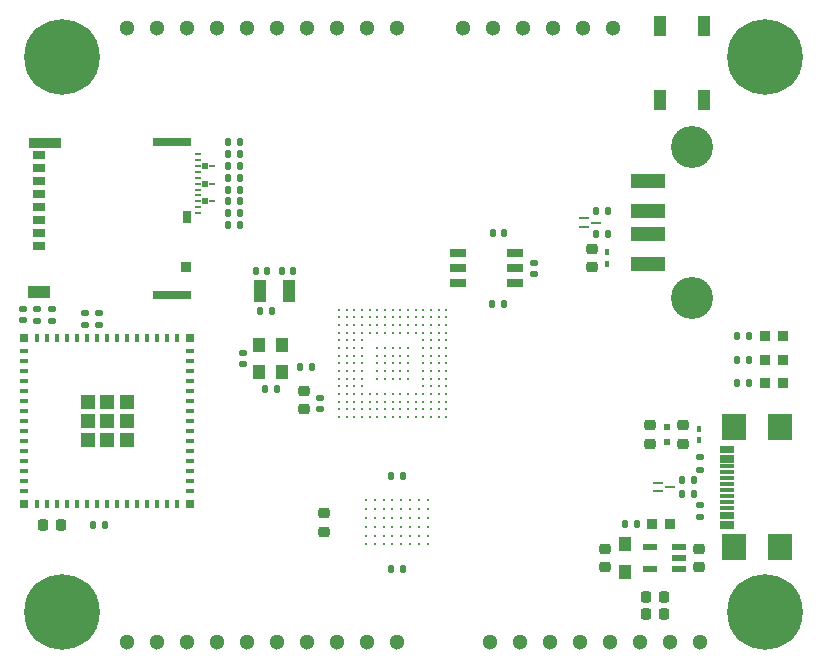
<source format=gbr>
%TF.GenerationSoftware,KiCad,Pcbnew,(6.0.10)*%
%TF.CreationDate,2023-06-21T21:11:03+02:00*%
%TF.ProjectId,FOX-PDA-v1,464f582d-5044-4412-9d76-312e6b696361,rev?*%
%TF.SameCoordinates,Original*%
%TF.FileFunction,Soldermask,Top*%
%TF.FilePolarity,Negative*%
%FSLAX46Y46*%
G04 Gerber Fmt 4.6, Leading zero omitted, Abs format (unit mm)*
G04 Created by KiCad (PCBNEW (6.0.10)) date 2023-06-21 21:11:03*
%MOMM*%
%LPD*%
G01*
G04 APERTURE LIST*
G04 Aperture macros list*
%AMRoundRect*
0 Rectangle with rounded corners*
0 $1 Rounding radius*
0 $2 $3 $4 $5 $6 $7 $8 $9 X,Y pos of 4 corners*
0 Add a 4 corners polygon primitive as box body*
4,1,4,$2,$3,$4,$5,$6,$7,$8,$9,$2,$3,0*
0 Add four circle primitives for the rounded corners*
1,1,$1+$1,$2,$3*
1,1,$1+$1,$4,$5*
1,1,$1+$1,$6,$7*
1,1,$1+$1,$8,$9*
0 Add four rect primitives between the rounded corners*
20,1,$1+$1,$2,$3,$4,$5,0*
20,1,$1+$1,$4,$5,$6,$7,0*
20,1,$1+$1,$6,$7,$8,$9,0*
20,1,$1+$1,$8,$9,$2,$3,0*%
G04 Aperture macros list end*
%ADD10RoundRect,0.225000X0.250000X-0.225000X0.250000X0.225000X-0.250000X0.225000X-0.250000X-0.225000X0*%
%ADD11RoundRect,0.135000X-0.135000X-0.185000X0.135000X-0.185000X0.135000X0.185000X-0.135000X0.185000X0*%
%ADD12R,1.000000X1.700000*%
%ADD13RoundRect,0.140000X0.170000X-0.140000X0.170000X0.140000X-0.170000X0.140000X-0.170000X-0.140000X0*%
%ADD14R,1.100000X1.900000*%
%ADD15RoundRect,0.135000X0.135000X0.185000X-0.135000X0.185000X-0.135000X-0.185000X0.135000X-0.185000X0*%
%ADD16R,1.100000X1.300000*%
%ADD17C,0.800000*%
%ADD18C,6.400000*%
%ADD19RoundRect,0.225000X-0.250000X0.225000X-0.250000X-0.225000X0.250000X-0.225000X0.250000X0.225000X0*%
%ADD20C,1.300000*%
%ADD21R,1.385000X0.650000*%
%ADD22RoundRect,0.225000X0.225000X0.250000X-0.225000X0.250000X-0.225000X-0.250000X0.225000X-0.250000X0*%
%ADD23R,0.320000X0.510000*%
%ADD24C,0.224000*%
%ADD25R,1.150000X0.600000*%
%ADD26C,0.001000*%
%ADD27R,1.150000X0.300000*%
%ADD28R,2.000000X2.180000*%
%ADD29R,0.950000X0.950000*%
%ADD30R,0.500000X0.260000*%
%ADD31R,0.590000X0.260000*%
%ADD32R,0.620000X0.560000*%
%ADD33R,0.600000X0.550000*%
%ADD34R,1.000000X1.150000*%
%ADD35R,0.400000X0.800000*%
%ADD36R,0.800000X0.400000*%
%ADD37R,1.200000X1.200000*%
%ADD38R,0.800000X0.800000*%
%ADD39RoundRect,0.135000X0.185000X-0.135000X0.185000X0.135000X-0.185000X0.135000X-0.185000X-0.135000X0*%
%ADD40RoundRect,0.140000X0.140000X0.170000X-0.140000X0.170000X-0.140000X-0.170000X0.140000X-0.170000X0*%
%ADD41RoundRect,0.140000X-0.140000X-0.170000X0.140000X-0.170000X0.140000X0.170000X-0.140000X0.170000X0*%
%ADD42RoundRect,0.135000X-0.185000X0.135000X-0.185000X-0.135000X0.185000X-0.135000X0.185000X0.135000X0*%
%ADD43R,0.930000X0.900000*%
%ADD44R,0.780000X1.050000*%
%ADD45R,1.830000X1.140000*%
%ADD46R,2.800000X0.860000*%
%ADD47R,3.330000X0.700000*%
%ADD48R,1.100000X0.700000*%
%ADD49R,0.914400X0.254000*%
%ADD50R,0.914400X0.203200*%
%ADD51RoundRect,0.140000X-0.170000X0.140000X-0.170000X-0.140000X0.170000X-0.140000X0.170000X0.140000X0*%
%ADD52R,3.000000X1.300000*%
%ADD53C,3.570000*%
%ADD54C,0.330000*%
G04 APERTURE END LIST*
D10*
%TO.C,C24*%
X174600000Y-102725000D03*
X174600000Y-101175000D03*
%TD*%
D11*
%TO.C,R18*%
X136050000Y-81200000D03*
X137070000Y-81200000D03*
%TD*%
D10*
%TO.C,C25*%
X144200000Y-110175000D03*
X144200000Y-108625000D03*
%TD*%
%TO.C,C40*%
X168000000Y-113175000D03*
X168000000Y-111625000D03*
%TD*%
D12*
%TO.C,S1*%
X172600000Y-73650000D03*
X172600000Y-67350000D03*
X176400000Y-73650000D03*
X176400000Y-67350000D03*
%TD*%
D13*
%TO.C,C35*%
X143825000Y-99825000D03*
X143825000Y-98865000D03*
%TD*%
D11*
%TO.C,R4*%
X174490000Y-107020000D03*
X175510000Y-107020000D03*
%TD*%
D14*
%TO.C,Y2*%
X141250000Y-89800000D03*
X138750000Y-89800000D03*
%TD*%
D15*
%TO.C,R22*%
X180210000Y-97600000D03*
X179190000Y-97600000D03*
%TD*%
D11*
%TO.C,R19*%
X136050000Y-79200000D03*
X137070000Y-79200000D03*
%TD*%
D16*
%TO.C,Y1*%
X140620000Y-96650000D03*
X140620000Y-94350000D03*
X138720000Y-94350000D03*
X138720000Y-96650000D03*
%TD*%
D17*
%TO.C,H2*%
X179100000Y-70000000D03*
X183900000Y-70000000D03*
D18*
X181500000Y-70000000D03*
D17*
X181500000Y-67600000D03*
X179802944Y-68302944D03*
X183197056Y-71697056D03*
X183197056Y-68302944D03*
X181500000Y-72400000D03*
X179802944Y-71697056D03*
%TD*%
D19*
%TO.C,C23*%
X171800000Y-101175000D03*
X171800000Y-102725000D03*
%TD*%
D20*
%TO.C,J6*%
X150360000Y-119500000D03*
X147820000Y-119500000D03*
X145280000Y-119500000D03*
X142740000Y-119500000D03*
X140200000Y-119500000D03*
X137660000Y-119500000D03*
X135120000Y-119500000D03*
X132580000Y-119500000D03*
X130040000Y-119500000D03*
X127500000Y-119500000D03*
%TD*%
%TO.C,J7*%
X156000000Y-67500000D03*
X158540000Y-67500000D03*
X161080000Y-67500000D03*
X163620000Y-67500000D03*
X166160000Y-67500000D03*
X168700000Y-67500000D03*
%TD*%
D21*
%TO.C,J4*%
X160345500Y-89157500D03*
X155529500Y-89157500D03*
X160345500Y-87887500D03*
X155529500Y-87887500D03*
X160345500Y-86617500D03*
X155529500Y-86617500D03*
%TD*%
D22*
%TO.C,C37*%
X121925000Y-109600000D03*
X120375000Y-109600000D03*
%TD*%
D23*
%TO.C,D3*%
X175950000Y-102450000D03*
X175950000Y-101450000D03*
%TD*%
D24*
%TO.C,IC1*%
X145450000Y-91375000D03*
X146100000Y-91375000D03*
X146750000Y-91375000D03*
X147400000Y-91375000D03*
X148050000Y-91375000D03*
X148700000Y-91375000D03*
X149350000Y-91375000D03*
X150000000Y-91375000D03*
X150650000Y-91375000D03*
X151300000Y-91375000D03*
X151950000Y-91375000D03*
X152600000Y-91375000D03*
X153250000Y-91375000D03*
X153900000Y-91375000D03*
X154550000Y-91375000D03*
X145450000Y-92025000D03*
X146100000Y-92025000D03*
X146750000Y-92025000D03*
X147400000Y-92025000D03*
X148050000Y-92025000D03*
X148700000Y-92025000D03*
X149350000Y-92025000D03*
X150000000Y-92025000D03*
X150650000Y-92025000D03*
X151300000Y-92025000D03*
X151950000Y-92025000D03*
X152600000Y-92025000D03*
X153250000Y-92025000D03*
X153900000Y-92025000D03*
X154550000Y-92025000D03*
X145450000Y-92675000D03*
X146100000Y-92675000D03*
X146750000Y-92675000D03*
X147400000Y-92675000D03*
X148050000Y-92675000D03*
X148700000Y-92675000D03*
X149350000Y-92675000D03*
X150000000Y-92675000D03*
X150650000Y-92675000D03*
X151300000Y-92675000D03*
X151950000Y-92675000D03*
X152600000Y-92675000D03*
X153250000Y-92675000D03*
X153900000Y-92675000D03*
X154550000Y-92675000D03*
X145450000Y-93325000D03*
X146100000Y-93325000D03*
X146750000Y-93325000D03*
X147400000Y-93325000D03*
X148050000Y-93325000D03*
X148700000Y-93325000D03*
X149350000Y-93325000D03*
X150000000Y-93325000D03*
X150650000Y-93325000D03*
X151300000Y-93325000D03*
X151950000Y-93325000D03*
X152600000Y-93325000D03*
X153250000Y-93325000D03*
X153900000Y-93325000D03*
X154550000Y-93325000D03*
X145450000Y-93975000D03*
X146100000Y-93975000D03*
X146750000Y-93975000D03*
X147400000Y-93975000D03*
X152600000Y-93975000D03*
X153250000Y-93975000D03*
X153900000Y-93975000D03*
X154550000Y-93975000D03*
X145450000Y-94625000D03*
X146100000Y-94625000D03*
X146750000Y-94625000D03*
X147400000Y-94625000D03*
X148700000Y-94625000D03*
X149350000Y-94625000D03*
X150000000Y-94625000D03*
X150650000Y-94625000D03*
X151300000Y-94625000D03*
X152600000Y-94625000D03*
X153250000Y-94625000D03*
X153900000Y-94625000D03*
X154550000Y-94625000D03*
X145450000Y-95275000D03*
X146100000Y-95275000D03*
X146750000Y-95275000D03*
X147400000Y-95275000D03*
X148700000Y-95275000D03*
X149350000Y-95275000D03*
X150000000Y-95275000D03*
X150650000Y-95275000D03*
X151300000Y-95275000D03*
X152600000Y-95275000D03*
X153250000Y-95275000D03*
X153900000Y-95275000D03*
X154550000Y-95275000D03*
X145450000Y-95925000D03*
X146100000Y-95925000D03*
X146750000Y-95925000D03*
X147400000Y-95925000D03*
X148700000Y-95925000D03*
X149350000Y-95925000D03*
X150000000Y-95925000D03*
X150650000Y-95925000D03*
X151300000Y-95925000D03*
X152600000Y-95925000D03*
X153250000Y-95925000D03*
X153900000Y-95925000D03*
X154550000Y-95925000D03*
X145450000Y-96575000D03*
X146100000Y-96575000D03*
X146750000Y-96575000D03*
X147400000Y-96575000D03*
X148700000Y-96575000D03*
X149350000Y-96575000D03*
X150000000Y-96575000D03*
X150650000Y-96575000D03*
X151300000Y-96575000D03*
X152600000Y-96575000D03*
X153250000Y-96575000D03*
X153900000Y-96575000D03*
X154550000Y-96575000D03*
X145450000Y-97225000D03*
X146100000Y-97225000D03*
X146750000Y-97225000D03*
X147400000Y-97225000D03*
X148700000Y-97225000D03*
X149350000Y-97225000D03*
X150000000Y-97225000D03*
X150650000Y-97225000D03*
X151300000Y-97225000D03*
X152600000Y-97225000D03*
X153250000Y-97225000D03*
X153900000Y-97225000D03*
X154550000Y-97225000D03*
X145450000Y-97875000D03*
X146100000Y-97875000D03*
X146750000Y-97875000D03*
X147400000Y-97875000D03*
X152600000Y-97875000D03*
X153250000Y-97875000D03*
X153900000Y-97875000D03*
X154550000Y-97875000D03*
X145450000Y-98525000D03*
X146100000Y-98525000D03*
X146750000Y-98525000D03*
X147400000Y-98525000D03*
X148050000Y-98525000D03*
X148700000Y-98525000D03*
X149350000Y-98525000D03*
X150000000Y-98525000D03*
X150650000Y-98525000D03*
X151300000Y-98525000D03*
X151950000Y-98525000D03*
X152600000Y-98525000D03*
X153250000Y-98525000D03*
X153900000Y-98525000D03*
X154550000Y-98525000D03*
X145450000Y-99175000D03*
X146100000Y-99175000D03*
X146750000Y-99175000D03*
X147400000Y-99175000D03*
X148050000Y-99175000D03*
X148700000Y-99175000D03*
X149350000Y-99175000D03*
X150000000Y-99175000D03*
X150650000Y-99175000D03*
X151300000Y-99175000D03*
X151950000Y-99175000D03*
X152600000Y-99175000D03*
X153250000Y-99175000D03*
X153900000Y-99175000D03*
X154550000Y-99175000D03*
X145450000Y-99825000D03*
X146100000Y-99825000D03*
X146750000Y-99825000D03*
X147400000Y-99825000D03*
X148050000Y-99825000D03*
X148700000Y-99825000D03*
X149350000Y-99825000D03*
X150000000Y-99825000D03*
X150650000Y-99825000D03*
X151300000Y-99825000D03*
X151950000Y-99825000D03*
X152600000Y-99825000D03*
X153250000Y-99825000D03*
X153900000Y-99825000D03*
X154550000Y-99825000D03*
X145450000Y-100475000D03*
X146100000Y-100475000D03*
X146750000Y-100475000D03*
X147400000Y-100475000D03*
X148050000Y-100475000D03*
X148700000Y-100475000D03*
X149350000Y-100475000D03*
X150000000Y-100475000D03*
X150650000Y-100475000D03*
X151300000Y-100475000D03*
X151950000Y-100475000D03*
X152600000Y-100475000D03*
X153250000Y-100475000D03*
X153900000Y-100475000D03*
X154550000Y-100475000D03*
%TD*%
D25*
%TO.C,IC6*%
X174250000Y-113350000D03*
X174250000Y-112400000D03*
X174250000Y-111450000D03*
X171750000Y-111450000D03*
X171750000Y-113350000D03*
%TD*%
D13*
%TO.C,C30*%
X118725000Y-92280000D03*
X118725000Y-91320000D03*
%TD*%
D26*
%TO.C,J2*%
X179397000Y-103510000D03*
X179397000Y-109290000D03*
D27*
X178322000Y-109750000D03*
X178322000Y-108950000D03*
X178322000Y-107650000D03*
X178322000Y-106650000D03*
X178322000Y-106150000D03*
X178322000Y-105150000D03*
X178322000Y-103850000D03*
X178322000Y-103050000D03*
X178322000Y-103350000D03*
X178322000Y-104150000D03*
X178322000Y-104650000D03*
X178322000Y-105650000D03*
X178322000Y-107150000D03*
X178322000Y-108150000D03*
X178322000Y-108650000D03*
X178322000Y-109450000D03*
D28*
X182827000Y-111510000D03*
X182827000Y-101290000D03*
X178897000Y-111510000D03*
X178897000Y-101290000D03*
%TD*%
D29*
%TO.C,LED2*%
X183050000Y-95600000D03*
X181550000Y-95600000D03*
%TD*%
D30*
%TO.C,D1*%
X133490000Y-78200000D03*
X133490000Y-78700000D03*
D31*
X133535000Y-79200000D03*
D30*
X133490000Y-79700000D03*
X133490000Y-80200000D03*
D31*
X133535000Y-80700000D03*
D30*
X133490000Y-81200000D03*
X133490000Y-81700000D03*
D31*
X133535000Y-82200000D03*
D30*
X133490000Y-82700000D03*
X133490000Y-83200000D03*
D31*
X134745000Y-82200000D03*
X134745000Y-80700000D03*
X134745000Y-79200000D03*
D32*
X134140000Y-79200000D03*
X134140000Y-80700000D03*
X134140000Y-82200000D03*
%TD*%
D11*
%TO.C,R13*%
X136050000Y-84200000D03*
X137070000Y-84200000D03*
%TD*%
D33*
%TO.C,FB1*%
X173200000Y-101300000D03*
X173200000Y-102600000D03*
%TD*%
D20*
%TO.C,J5*%
X127500000Y-67500000D03*
X130040000Y-67500000D03*
X132580000Y-67500000D03*
X135120000Y-67500000D03*
X137660000Y-67500000D03*
X140200000Y-67500000D03*
X142740000Y-67500000D03*
X145280000Y-67500000D03*
X147820000Y-67500000D03*
X150360000Y-67500000D03*
%TD*%
D11*
%TO.C,R2*%
X167190000Y-85000000D03*
X168210000Y-85000000D03*
%TD*%
D34*
%TO.C,L1*%
X169700000Y-111225000D03*
X169700000Y-113575000D03*
%TD*%
D11*
%TO.C,R7*%
X158430000Y-90880000D03*
X159450000Y-90880000D03*
%TD*%
D35*
%TO.C,IC3*%
X119875000Y-107800000D03*
X120725000Y-107800000D03*
X121575000Y-107800000D03*
X122425000Y-107800000D03*
X123275000Y-107800000D03*
X124125000Y-107800000D03*
X124975000Y-107800000D03*
X125825000Y-107800000D03*
X126675000Y-107800000D03*
X127525000Y-107800000D03*
X128375000Y-107800000D03*
X129225000Y-107800000D03*
X130075000Y-107800000D03*
X130925000Y-107800000D03*
X131775000Y-107800000D03*
D36*
X132825000Y-106750000D03*
X132825000Y-105900000D03*
X132825000Y-105050000D03*
X132825000Y-104200000D03*
X132825000Y-103350000D03*
X132825000Y-102500000D03*
X132825000Y-101650000D03*
X132825000Y-100800000D03*
X132825000Y-99950000D03*
X132825000Y-99100000D03*
X132825000Y-98250000D03*
X132825000Y-97400000D03*
X132825000Y-96550000D03*
X132825000Y-95700000D03*
X132825000Y-94850000D03*
D35*
X131775000Y-93800000D03*
X130925000Y-93800000D03*
X130075000Y-93800000D03*
X129225000Y-93800000D03*
X128375000Y-93800000D03*
X127525000Y-93800000D03*
X126675000Y-93800000D03*
X125825000Y-93800000D03*
X124975000Y-93800000D03*
X124125000Y-93800000D03*
X123275000Y-93800000D03*
X122425000Y-93800000D03*
X121575000Y-93800000D03*
X120725000Y-93800000D03*
X119875000Y-93800000D03*
D36*
X118825000Y-94850000D03*
X118825000Y-95700000D03*
X118825000Y-96550000D03*
X118825000Y-97400000D03*
X118825000Y-98250000D03*
X118825000Y-99100000D03*
X118825000Y-99950000D03*
X118825000Y-100800000D03*
X118825000Y-101650000D03*
X118825000Y-102500000D03*
X118825000Y-103350000D03*
X118825000Y-104200000D03*
X118825000Y-105050000D03*
X118825000Y-105900000D03*
X118825000Y-106750000D03*
D37*
X125825000Y-100800000D03*
D38*
X118825000Y-107800000D03*
X132825000Y-107800000D03*
X132825000Y-93800000D03*
X118825000Y-93800000D03*
D37*
X124175000Y-102450000D03*
X125825000Y-102450000D03*
X127475000Y-102450000D03*
X127475000Y-100800000D03*
X127475000Y-99150000D03*
X125825000Y-99150000D03*
X124175000Y-99150000D03*
X124175000Y-100800000D03*
%TD*%
D19*
%TO.C,C39*%
X175900000Y-111625000D03*
X175900000Y-113175000D03*
%TD*%
D39*
%TO.C,R11*%
X125125000Y-92710000D03*
X125125000Y-91690000D03*
%TD*%
D15*
%TO.C,R23*%
X180210000Y-95600000D03*
X179190000Y-95600000D03*
%TD*%
D11*
%TO.C,R12*%
X124610000Y-109600000D03*
X125630000Y-109600000D03*
%TD*%
D17*
%TO.C,H1*%
X181500000Y-114600000D03*
X183197056Y-118697056D03*
X179802944Y-118697056D03*
X181500000Y-119400000D03*
X179802944Y-115302944D03*
D18*
X181500000Y-117000000D03*
D17*
X183197056Y-115302944D03*
X183900000Y-117000000D03*
X179100000Y-117000000D03*
%TD*%
D40*
%TO.C,C31*%
X140180000Y-98100000D03*
X139220000Y-98100000D03*
%TD*%
D17*
%TO.C,H3*%
X123697056Y-118697056D03*
X124400000Y-117000000D03*
X120302944Y-118697056D03*
X119600000Y-117000000D03*
X122000000Y-119400000D03*
D18*
X122000000Y-117000000D03*
D17*
X123697056Y-115302944D03*
X122000000Y-114600000D03*
X120302944Y-115302944D03*
%TD*%
D41*
%TO.C,C21*%
X149895000Y-105425000D03*
X150855000Y-105425000D03*
%TD*%
D40*
%TO.C,C33*%
X141580000Y-88100000D03*
X140620000Y-88100000D03*
%TD*%
D15*
%TO.C,R21*%
X139810000Y-91500000D03*
X138790000Y-91500000D03*
%TD*%
D11*
%TO.C,R3*%
X174490000Y-105780000D03*
X175510000Y-105780000D03*
%TD*%
D22*
%TO.C,C27*%
X172975000Y-115700000D03*
X171425000Y-115700000D03*
%TD*%
D41*
%TO.C,C34*%
X138420000Y-88100000D03*
X139380000Y-88100000D03*
%TD*%
D11*
%TO.C,R17*%
X136050000Y-82200000D03*
X137070000Y-82200000D03*
%TD*%
D42*
%TO.C,R5*%
X176000000Y-107890000D03*
X176000000Y-108910000D03*
%TD*%
D29*
%TO.C,LED4*%
X173500000Y-109500000D03*
X172000000Y-109500000D03*
%TD*%
D42*
%TO.C,R9*%
X121120000Y-91290000D03*
X121120000Y-92310000D03*
%TD*%
D23*
%TO.C,D2*%
X168150000Y-87500000D03*
X168150000Y-86500000D03*
%TD*%
D15*
%TO.C,R24*%
X180210000Y-93600000D03*
X179190000Y-93600000D03*
%TD*%
D39*
%TO.C,R10*%
X123975000Y-92710000D03*
X123975000Y-91690000D03*
%TD*%
D11*
%TO.C,R15*%
X136050000Y-77200000D03*
X137070000Y-77200000D03*
%TD*%
D22*
%TO.C,C26*%
X172975000Y-117150000D03*
X171425000Y-117150000D03*
%TD*%
D29*
%TO.C,LED1*%
X183050000Y-97600000D03*
X181550000Y-97600000D03*
%TD*%
D11*
%TO.C,R14*%
X136050000Y-78200000D03*
X137070000Y-78200000D03*
%TD*%
D39*
%TO.C,R8*%
X119880000Y-92310000D03*
X119880000Y-91290000D03*
%TD*%
D43*
%TO.C,J8*%
X132525000Y-87800000D03*
D44*
X132600000Y-83535000D03*
D45*
X120075000Y-89890000D03*
D46*
X120560000Y-77230000D03*
D47*
X131325000Y-77150000D03*
X131325000Y-90110000D03*
D48*
X120060000Y-86010000D03*
X120060000Y-84910000D03*
X120060000Y-83810000D03*
X120060000Y-82710000D03*
X120060000Y-81610000D03*
X120060000Y-80510000D03*
X120060000Y-79410000D03*
X120060000Y-78310000D03*
%TD*%
D18*
%TO.C,H4*%
X122000000Y-70000000D03*
D17*
X124400000Y-70000000D03*
X120302944Y-68302944D03*
X122000000Y-72400000D03*
X123697056Y-71697056D03*
X120302944Y-71697056D03*
X119600000Y-70000000D03*
X123697056Y-68302944D03*
X122000000Y-67600000D03*
%TD*%
D49*
%TO.C,IC5*%
X166192000Y-83644400D03*
X166192000Y-84355600D03*
D50*
X167208000Y-84000000D03*
%TD*%
D29*
%TO.C,LED3*%
X183050000Y-93600000D03*
X181550000Y-93600000D03*
%TD*%
D15*
%TO.C,R25*%
X170660000Y-109500000D03*
X169640000Y-109500000D03*
%TD*%
D41*
%TO.C,C38*%
X136080000Y-80200000D03*
X137040000Y-80200000D03*
%TD*%
D10*
%TO.C,C22*%
X166900000Y-87775000D03*
X166900000Y-86225000D03*
%TD*%
D11*
%TO.C,R20*%
X142190000Y-96200000D03*
X143210000Y-96200000D03*
%TD*%
D49*
%TO.C,IC4*%
X172492000Y-106044400D03*
X172492000Y-106755600D03*
D50*
X173508000Y-106400000D03*
%TD*%
D20*
%TO.C,J3*%
X176000000Y-119500000D03*
X173460000Y-119500000D03*
X170920000Y-119500000D03*
X168380000Y-119500000D03*
X165840000Y-119500000D03*
X163300000Y-119500000D03*
X160760000Y-119500000D03*
X158220000Y-119500000D03*
%TD*%
D11*
%TO.C,R16*%
X136050000Y-83200000D03*
X137070000Y-83200000D03*
%TD*%
D13*
%TO.C,C32*%
X137320000Y-95980000D03*
X137320000Y-95020000D03*
%TD*%
D40*
%TO.C,C29*%
X159430000Y-84900000D03*
X158470000Y-84900000D03*
%TD*%
D51*
%TO.C,C28*%
X161950000Y-87420000D03*
X161950000Y-88380000D03*
%TD*%
D52*
%TO.C,J1*%
X171620000Y-87500000D03*
X171620000Y-85000000D03*
X171620000Y-83000000D03*
X171620000Y-80500000D03*
D53*
X175320000Y-90400000D03*
X175320000Y-77600000D03*
%TD*%
D10*
%TO.C,C36*%
X142525000Y-99825000D03*
X142525000Y-98275000D03*
%TD*%
D54*
%TO.C,IC2*%
X147737500Y-111250000D03*
X147737500Y-110500000D03*
X147737500Y-109750000D03*
X147737500Y-109000000D03*
X147737500Y-108250000D03*
X147737500Y-107500000D03*
X148487500Y-111250000D03*
X148487500Y-110500000D03*
X148487500Y-109750000D03*
X148487500Y-109000000D03*
X148487500Y-108250000D03*
X148487500Y-107500000D03*
X149237500Y-111250000D03*
X149237500Y-110500000D03*
X149237500Y-109750000D03*
X149237500Y-109000000D03*
X149237500Y-108250000D03*
X149237500Y-107500000D03*
X149987500Y-111250000D03*
X149987500Y-110500000D03*
X149987500Y-109750000D03*
X149987500Y-109000000D03*
X149987500Y-108250000D03*
X149987500Y-107500000D03*
X150737500Y-111250000D03*
X150737500Y-110500000D03*
X150737500Y-109750000D03*
X150737500Y-109000000D03*
X150737500Y-108250000D03*
X150737500Y-107500000D03*
X151487500Y-111250000D03*
X151487500Y-110500000D03*
X151487500Y-109750000D03*
X151487500Y-109000000D03*
X151487500Y-108250000D03*
X151487500Y-107500000D03*
X152237500Y-111250000D03*
X152237500Y-110500000D03*
X152237500Y-109750000D03*
X152237500Y-109000000D03*
X152237500Y-108250000D03*
X152237500Y-107500000D03*
X152987500Y-111250000D03*
X152987500Y-110500000D03*
X152987500Y-109750000D03*
X152987500Y-109000000D03*
X152987500Y-108250000D03*
X152987500Y-107500000D03*
%TD*%
D39*
%TO.C,R6*%
X176000000Y-104910000D03*
X176000000Y-103890000D03*
%TD*%
D11*
%TO.C,R1*%
X167190000Y-83000000D03*
X168210000Y-83000000D03*
%TD*%
D40*
%TO.C,C13*%
X150855000Y-113325000D03*
X149895000Y-113325000D03*
%TD*%
M02*

</source>
